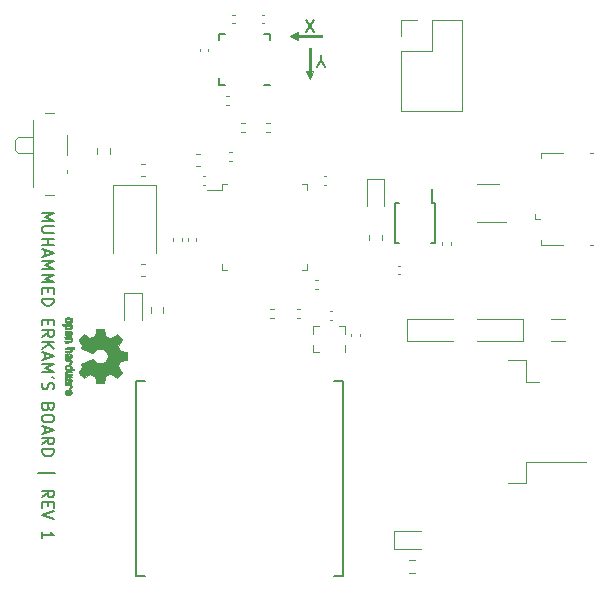
<source format=gbr>
%TF.GenerationSoftware,KiCad,Pcbnew,(5.1.9)-1*%
%TF.CreationDate,2021-09-16T13:16:14+03:00*%
%TF.ProjectId,STM32-V1,53544d33-322d-4563-912e-6b696361645f,rev?*%
%TF.SameCoordinates,Original*%
%TF.FileFunction,Legend,Top*%
%TF.FilePolarity,Positive*%
%FSLAX46Y46*%
G04 Gerber Fmt 4.6, Leading zero omitted, Abs format (unit mm)*
G04 Created by KiCad (PCBNEW (5.1.9)-1) date 2021-09-16 13:16:14*
%MOMM*%
%LPD*%
G01*
G04 APERTURE LIST*
%ADD10C,0.150000*%
%ADD11C,0.100000*%
%ADD12C,0.010000*%
%ADD13C,0.120000*%
G04 APERTURE END LIST*
D10*
X109150000Y-96098809D02*
X109150000Y-95622619D01*
X109483333Y-96622619D02*
X109150000Y-96098809D01*
X108816666Y-96622619D01*
X108533333Y-93672619D02*
X107866666Y-92672619D01*
X107866666Y-93672619D02*
X108533333Y-92672619D01*
D11*
G36*
X107250000Y-94325000D02*
G01*
X106550000Y-94025000D01*
X107250000Y-93725000D01*
X107250000Y-94325000D01*
G37*
X107250000Y-94325000D02*
X106550000Y-94025000D01*
X107250000Y-93725000D01*
X107250000Y-94325000D01*
G36*
X109275000Y-94100000D02*
G01*
X107150000Y-94100000D01*
X107150000Y-93950000D01*
X109275000Y-93950000D01*
X109275000Y-94100000D01*
G37*
X109275000Y-94100000D02*
X107150000Y-94100000D01*
X107150000Y-93950000D01*
X109275000Y-93950000D01*
X109275000Y-94100000D01*
G36*
X108225000Y-97675000D02*
G01*
X107925000Y-96975000D01*
X108525000Y-96975000D01*
X108225000Y-97675000D01*
G37*
X108225000Y-97675000D02*
X107925000Y-96975000D01*
X108525000Y-96975000D01*
X108225000Y-97675000D01*
G36*
X108300000Y-97175000D02*
G01*
X108150000Y-97175000D01*
X108150000Y-95050000D01*
X108300000Y-95050000D01*
X108300000Y-97175000D01*
G37*
X108300000Y-97175000D02*
X108150000Y-97175000D01*
X108150000Y-95050000D01*
X108300000Y-95050000D01*
X108300000Y-97175000D01*
D10*
X85547619Y-108988095D02*
X86547619Y-108988095D01*
X85833333Y-109321428D01*
X86547619Y-109654761D01*
X85547619Y-109654761D01*
X86547619Y-110130952D02*
X85738095Y-110130952D01*
X85642857Y-110178571D01*
X85595238Y-110226190D01*
X85547619Y-110321428D01*
X85547619Y-110511904D01*
X85595238Y-110607142D01*
X85642857Y-110654761D01*
X85738095Y-110702380D01*
X86547619Y-110702380D01*
X85547619Y-111178571D02*
X86547619Y-111178571D01*
X86071428Y-111178571D02*
X86071428Y-111750000D01*
X85547619Y-111750000D02*
X86547619Y-111750000D01*
X85833333Y-112178571D02*
X85833333Y-112654761D01*
X85547619Y-112083333D02*
X86547619Y-112416666D01*
X85547619Y-112750000D01*
X85547619Y-113083333D02*
X86547619Y-113083333D01*
X85833333Y-113416666D01*
X86547619Y-113750000D01*
X85547619Y-113750000D01*
X85547619Y-114226190D02*
X86547619Y-114226190D01*
X85833333Y-114559523D01*
X86547619Y-114892857D01*
X85547619Y-114892857D01*
X86071428Y-115369047D02*
X86071428Y-115702380D01*
X85547619Y-115845238D02*
X85547619Y-115369047D01*
X86547619Y-115369047D01*
X86547619Y-115845238D01*
X85547619Y-116273809D02*
X86547619Y-116273809D01*
X86547619Y-116511904D01*
X86500000Y-116654761D01*
X86404761Y-116750000D01*
X86309523Y-116797619D01*
X86119047Y-116845238D01*
X85976190Y-116845238D01*
X85785714Y-116797619D01*
X85690476Y-116750000D01*
X85595238Y-116654761D01*
X85547619Y-116511904D01*
X85547619Y-116273809D01*
X86071428Y-118035714D02*
X86071428Y-118369047D01*
X85547619Y-118511904D02*
X85547619Y-118035714D01*
X86547619Y-118035714D01*
X86547619Y-118511904D01*
X85547619Y-119511904D02*
X86023809Y-119178571D01*
X85547619Y-118940476D02*
X86547619Y-118940476D01*
X86547619Y-119321428D01*
X86500000Y-119416666D01*
X86452380Y-119464285D01*
X86357142Y-119511904D01*
X86214285Y-119511904D01*
X86119047Y-119464285D01*
X86071428Y-119416666D01*
X86023809Y-119321428D01*
X86023809Y-118940476D01*
X85547619Y-119940476D02*
X86547619Y-119940476D01*
X85547619Y-120511904D02*
X86119047Y-120083333D01*
X86547619Y-120511904D02*
X85976190Y-119940476D01*
X85833333Y-120892857D02*
X85833333Y-121369047D01*
X85547619Y-120797619D02*
X86547619Y-121130952D01*
X85547619Y-121464285D01*
X85547619Y-121797619D02*
X86547619Y-121797619D01*
X85833333Y-122130952D01*
X86547619Y-122464285D01*
X85547619Y-122464285D01*
X86547619Y-122988095D02*
X86357142Y-122892857D01*
X85595238Y-123369047D02*
X85547619Y-123511904D01*
X85547619Y-123750000D01*
X85595238Y-123845238D01*
X85642857Y-123892857D01*
X85738095Y-123940476D01*
X85833333Y-123940476D01*
X85928571Y-123892857D01*
X85976190Y-123845238D01*
X86023809Y-123750000D01*
X86071428Y-123559523D01*
X86119047Y-123464285D01*
X86166666Y-123416666D01*
X86261904Y-123369047D01*
X86357142Y-123369047D01*
X86452380Y-123416666D01*
X86500000Y-123464285D01*
X86547619Y-123559523D01*
X86547619Y-123797619D01*
X86500000Y-123940476D01*
X86071428Y-125464285D02*
X86023809Y-125607142D01*
X85976190Y-125654761D01*
X85880952Y-125702380D01*
X85738095Y-125702380D01*
X85642857Y-125654761D01*
X85595238Y-125607142D01*
X85547619Y-125511904D01*
X85547619Y-125130952D01*
X86547619Y-125130952D01*
X86547619Y-125464285D01*
X86500000Y-125559523D01*
X86452380Y-125607142D01*
X86357142Y-125654761D01*
X86261904Y-125654761D01*
X86166666Y-125607142D01*
X86119047Y-125559523D01*
X86071428Y-125464285D01*
X86071428Y-125130952D01*
X86547619Y-126321428D02*
X86547619Y-126511904D01*
X86500000Y-126607142D01*
X86404761Y-126702380D01*
X86214285Y-126750000D01*
X85880952Y-126750000D01*
X85690476Y-126702380D01*
X85595238Y-126607142D01*
X85547619Y-126511904D01*
X85547619Y-126321428D01*
X85595238Y-126226190D01*
X85690476Y-126130952D01*
X85880952Y-126083333D01*
X86214285Y-126083333D01*
X86404761Y-126130952D01*
X86500000Y-126226190D01*
X86547619Y-126321428D01*
X85833333Y-127130952D02*
X85833333Y-127607142D01*
X85547619Y-127035714D02*
X86547619Y-127369047D01*
X85547619Y-127702380D01*
X85547619Y-128607142D02*
X86023809Y-128273809D01*
X85547619Y-128035714D02*
X86547619Y-128035714D01*
X86547619Y-128416666D01*
X86500000Y-128511904D01*
X86452380Y-128559523D01*
X86357142Y-128607142D01*
X86214285Y-128607142D01*
X86119047Y-128559523D01*
X86071428Y-128511904D01*
X86023809Y-128416666D01*
X86023809Y-128035714D01*
X85547619Y-129035714D02*
X86547619Y-129035714D01*
X86547619Y-129273809D01*
X86500000Y-129416666D01*
X86404761Y-129511904D01*
X86309523Y-129559523D01*
X86119047Y-129607142D01*
X85976190Y-129607142D01*
X85785714Y-129559523D01*
X85690476Y-129511904D01*
X85595238Y-129416666D01*
X85547619Y-129273809D01*
X85547619Y-129035714D01*
X85214285Y-131035714D02*
X86642857Y-131035714D01*
X85547619Y-133083333D02*
X86023809Y-132750000D01*
X85547619Y-132511904D02*
X86547619Y-132511904D01*
X86547619Y-132892857D01*
X86500000Y-132988095D01*
X86452380Y-133035714D01*
X86357142Y-133083333D01*
X86214285Y-133083333D01*
X86119047Y-133035714D01*
X86071428Y-132988095D01*
X86023809Y-132892857D01*
X86023809Y-132511904D01*
X86071428Y-133511904D02*
X86071428Y-133845238D01*
X85547619Y-133988095D02*
X85547619Y-133511904D01*
X86547619Y-133511904D01*
X86547619Y-133988095D01*
X86547619Y-134273809D02*
X85547619Y-134607142D01*
X86547619Y-134940476D01*
X85547619Y-136559523D02*
X85547619Y-135988095D01*
X85547619Y-136273809D02*
X86547619Y-136273809D01*
X86404761Y-136178571D01*
X86309523Y-136083333D01*
X86261904Y-135988095D01*
D12*
%TO.C,REF\u002A\u002A*%
G36*
X88080082Y-118724744D02*
G01*
X88052432Y-118780201D01*
X88001520Y-118829148D01*
X87982662Y-118842629D01*
X87957985Y-118857314D01*
X87931184Y-118866842D01*
X87895413Y-118872293D01*
X87843831Y-118874747D01*
X87775733Y-118875286D01*
X87682412Y-118872852D01*
X87612343Y-118864394D01*
X87560069Y-118848174D01*
X87520131Y-118822454D01*
X87487071Y-118785497D01*
X87485114Y-118782782D01*
X87465092Y-118746360D01*
X87455185Y-118702502D01*
X87452743Y-118646724D01*
X87452743Y-118556048D01*
X87364717Y-118556010D01*
X87315692Y-118555166D01*
X87286935Y-118550024D01*
X87269689Y-118536587D01*
X87255192Y-118510858D01*
X87252231Y-118504679D01*
X87238352Y-118475764D01*
X87229586Y-118453376D01*
X87228829Y-118436729D01*
X87238977Y-118425036D01*
X87262927Y-118417510D01*
X87303574Y-118413366D01*
X87363814Y-118411815D01*
X87446545Y-118412071D01*
X87554661Y-118413349D01*
X87587000Y-118413748D01*
X87698476Y-118415185D01*
X87771397Y-118416472D01*
X87771397Y-118555971D01*
X87709501Y-118556755D01*
X87669003Y-118560240D01*
X87642292Y-118568124D01*
X87621756Y-118582105D01*
X87611740Y-118591597D01*
X87582433Y-118630404D01*
X87580048Y-118664763D01*
X87604250Y-118700216D01*
X87605143Y-118701114D01*
X87623847Y-118715539D01*
X87649268Y-118724313D01*
X87688416Y-118728739D01*
X87748303Y-118730118D01*
X87761570Y-118730143D01*
X87844099Y-118726812D01*
X87901309Y-118715969D01*
X87936234Y-118696340D01*
X87951906Y-118666650D01*
X87953486Y-118649491D01*
X87946074Y-118608766D01*
X87921670Y-118580832D01*
X87877020Y-118564017D01*
X87808870Y-118556650D01*
X87771397Y-118555971D01*
X87771397Y-118416472D01*
X87784755Y-118416708D01*
X87849667Y-118418677D01*
X87897042Y-118421450D01*
X87930710Y-118425388D01*
X87954502Y-118430849D01*
X87972247Y-118438192D01*
X87987776Y-118447777D01*
X87993619Y-118451887D01*
X88048815Y-118506405D01*
X88080110Y-118575336D01*
X88088835Y-118655072D01*
X88080082Y-118724744D01*
G37*
X88080082Y-118724744D02*
X88052432Y-118780201D01*
X88001520Y-118829148D01*
X87982662Y-118842629D01*
X87957985Y-118857314D01*
X87931184Y-118866842D01*
X87895413Y-118872293D01*
X87843831Y-118874747D01*
X87775733Y-118875286D01*
X87682412Y-118872852D01*
X87612343Y-118864394D01*
X87560069Y-118848174D01*
X87520131Y-118822454D01*
X87487071Y-118785497D01*
X87485114Y-118782782D01*
X87465092Y-118746360D01*
X87455185Y-118702502D01*
X87452743Y-118646724D01*
X87452743Y-118556048D01*
X87364717Y-118556010D01*
X87315692Y-118555166D01*
X87286935Y-118550024D01*
X87269689Y-118536587D01*
X87255192Y-118510858D01*
X87252231Y-118504679D01*
X87238352Y-118475764D01*
X87229586Y-118453376D01*
X87228829Y-118436729D01*
X87238977Y-118425036D01*
X87262927Y-118417510D01*
X87303574Y-118413366D01*
X87363814Y-118411815D01*
X87446545Y-118412071D01*
X87554661Y-118413349D01*
X87587000Y-118413748D01*
X87698476Y-118415185D01*
X87771397Y-118416472D01*
X87771397Y-118555971D01*
X87709501Y-118556755D01*
X87669003Y-118560240D01*
X87642292Y-118568124D01*
X87621756Y-118582105D01*
X87611740Y-118591597D01*
X87582433Y-118630404D01*
X87580048Y-118664763D01*
X87604250Y-118700216D01*
X87605143Y-118701114D01*
X87623847Y-118715539D01*
X87649268Y-118724313D01*
X87688416Y-118728739D01*
X87748303Y-118730118D01*
X87761570Y-118730143D01*
X87844099Y-118726812D01*
X87901309Y-118715969D01*
X87936234Y-118696340D01*
X87951906Y-118666650D01*
X87953486Y-118649491D01*
X87946074Y-118608766D01*
X87921670Y-118580832D01*
X87877020Y-118564017D01*
X87808870Y-118556650D01*
X87771397Y-118555971D01*
X87771397Y-118416472D01*
X87784755Y-118416708D01*
X87849667Y-118418677D01*
X87897042Y-118421450D01*
X87930710Y-118425388D01*
X87954502Y-118430849D01*
X87972247Y-118438192D01*
X87987776Y-118447777D01*
X87993619Y-118451887D01*
X88048815Y-118506405D01*
X88080110Y-118575336D01*
X88088835Y-118655072D01*
X88080082Y-118724744D01*
G36*
X88072220Y-119841093D02*
G01*
X88045277Y-119887672D01*
X88018534Y-119920057D01*
X87990516Y-119943742D01*
X87956252Y-119960059D01*
X87910773Y-119970339D01*
X87849108Y-119975914D01*
X87766289Y-119978116D01*
X87706754Y-119978371D01*
X87487609Y-119978371D01*
X87459956Y-119916686D01*
X87432303Y-119855000D01*
X87672330Y-119847743D01*
X87761972Y-119844744D01*
X87827038Y-119841598D01*
X87871974Y-119837701D01*
X87901230Y-119832447D01*
X87919252Y-119825231D01*
X87930489Y-119815450D01*
X87932921Y-119812312D01*
X87951917Y-119764761D01*
X87944400Y-119716697D01*
X87924457Y-119688086D01*
X87910325Y-119676447D01*
X87891780Y-119668391D01*
X87863666Y-119663271D01*
X87820827Y-119660441D01*
X87758105Y-119659256D01*
X87692739Y-119659057D01*
X87610732Y-119659018D01*
X87552684Y-119657614D01*
X87513535Y-119652914D01*
X87488220Y-119642987D01*
X87471677Y-119625903D01*
X87458844Y-119599732D01*
X87445509Y-119564775D01*
X87430993Y-119526596D01*
X87688611Y-119531141D01*
X87781481Y-119532971D01*
X87850111Y-119535112D01*
X87899289Y-119538181D01*
X87933802Y-119542794D01*
X87958438Y-119549568D01*
X87977984Y-119559119D01*
X87995230Y-119570634D01*
X88050320Y-119626190D01*
X88082178Y-119693980D01*
X88089809Y-119767713D01*
X88072220Y-119841093D01*
G37*
X88072220Y-119841093D02*
X88045277Y-119887672D01*
X88018534Y-119920057D01*
X87990516Y-119943742D01*
X87956252Y-119960059D01*
X87910773Y-119970339D01*
X87849108Y-119975914D01*
X87766289Y-119978116D01*
X87706754Y-119978371D01*
X87487609Y-119978371D01*
X87459956Y-119916686D01*
X87432303Y-119855000D01*
X87672330Y-119847743D01*
X87761972Y-119844744D01*
X87827038Y-119841598D01*
X87871974Y-119837701D01*
X87901230Y-119832447D01*
X87919252Y-119825231D01*
X87930489Y-119815450D01*
X87932921Y-119812312D01*
X87951917Y-119764761D01*
X87944400Y-119716697D01*
X87924457Y-119688086D01*
X87910325Y-119676447D01*
X87891780Y-119668391D01*
X87863666Y-119663271D01*
X87820827Y-119660441D01*
X87758105Y-119659256D01*
X87692739Y-119659057D01*
X87610732Y-119659018D01*
X87552684Y-119657614D01*
X87513535Y-119652914D01*
X87488220Y-119642987D01*
X87471677Y-119625903D01*
X87458844Y-119599732D01*
X87445509Y-119564775D01*
X87430993Y-119526596D01*
X87688611Y-119531141D01*
X87781481Y-119532971D01*
X87850111Y-119535112D01*
X87899289Y-119538181D01*
X87933802Y-119542794D01*
X87958438Y-119549568D01*
X87977984Y-119559119D01*
X87995230Y-119570634D01*
X88050320Y-119626190D01*
X88082178Y-119693980D01*
X88089809Y-119767713D01*
X88072220Y-119841093D01*
G36*
X88078038Y-118166115D02*
G01*
X88042267Y-118234145D01*
X87984699Y-118284351D01*
X87947688Y-118302185D01*
X87892118Y-118316063D01*
X87821904Y-118323167D01*
X87745273Y-118323840D01*
X87670448Y-118318427D01*
X87605658Y-118307270D01*
X87559127Y-118290714D01*
X87551113Y-118285626D01*
X87491293Y-118225355D01*
X87455465Y-118153769D01*
X87444980Y-118076092D01*
X87461190Y-117997548D01*
X87470908Y-117975689D01*
X87500857Y-117933122D01*
X87540567Y-117895763D01*
X87545603Y-117892232D01*
X87569876Y-117877881D01*
X87595822Y-117868394D01*
X87629978Y-117862790D01*
X87678881Y-117860086D01*
X87749065Y-117859299D01*
X87764800Y-117859286D01*
X87769808Y-117859322D01*
X87769808Y-118004429D01*
X87703570Y-118005273D01*
X87659614Y-118008596D01*
X87631221Y-118015583D01*
X87611675Y-118027416D01*
X87605143Y-118033457D01*
X87580320Y-118068186D01*
X87581452Y-118101903D01*
X87602984Y-118135995D01*
X87625971Y-118156329D01*
X87659522Y-118168371D01*
X87712431Y-118175134D01*
X87718601Y-118175598D01*
X87814487Y-118176752D01*
X87885701Y-118164688D01*
X87931806Y-118139570D01*
X87952365Y-118101560D01*
X87953486Y-118087992D01*
X87947848Y-118052364D01*
X87928314Y-118027994D01*
X87890958Y-118013093D01*
X87831850Y-118005875D01*
X87769808Y-118004429D01*
X87769808Y-117859322D01*
X87839587Y-117859826D01*
X87891841Y-117862096D01*
X87928051Y-117867068D01*
X87954701Y-117875713D01*
X87978278Y-117889005D01*
X87982662Y-117891943D01*
X88041751Y-117941313D01*
X88076053Y-117995109D01*
X88089669Y-118060602D01*
X88090335Y-118082842D01*
X88078038Y-118166115D01*
G37*
X88078038Y-118166115D02*
X88042267Y-118234145D01*
X87984699Y-118284351D01*
X87947688Y-118302185D01*
X87892118Y-118316063D01*
X87821904Y-118323167D01*
X87745273Y-118323840D01*
X87670448Y-118318427D01*
X87605658Y-118307270D01*
X87559127Y-118290714D01*
X87551113Y-118285626D01*
X87491293Y-118225355D01*
X87455465Y-118153769D01*
X87444980Y-118076092D01*
X87461190Y-117997548D01*
X87470908Y-117975689D01*
X87500857Y-117933122D01*
X87540567Y-117895763D01*
X87545603Y-117892232D01*
X87569876Y-117877881D01*
X87595822Y-117868394D01*
X87629978Y-117862790D01*
X87678881Y-117860086D01*
X87749065Y-117859299D01*
X87764800Y-117859286D01*
X87769808Y-117859322D01*
X87769808Y-118004429D01*
X87703570Y-118005273D01*
X87659614Y-118008596D01*
X87631221Y-118015583D01*
X87611675Y-118027416D01*
X87605143Y-118033457D01*
X87580320Y-118068186D01*
X87581452Y-118101903D01*
X87602984Y-118135995D01*
X87625971Y-118156329D01*
X87659522Y-118168371D01*
X87712431Y-118175134D01*
X87718601Y-118175598D01*
X87814487Y-118176752D01*
X87885701Y-118164688D01*
X87931806Y-118139570D01*
X87952365Y-118101560D01*
X87953486Y-118087992D01*
X87947848Y-118052364D01*
X87928314Y-118027994D01*
X87890958Y-118013093D01*
X87831850Y-118005875D01*
X87769808Y-118004429D01*
X87769808Y-117859322D01*
X87839587Y-117859826D01*
X87891841Y-117862096D01*
X87928051Y-117867068D01*
X87954701Y-117875713D01*
X87978278Y-117889005D01*
X87982662Y-117891943D01*
X88041751Y-117941313D01*
X88076053Y-117995109D01*
X88089669Y-118060602D01*
X88090335Y-118082842D01*
X88078038Y-118166115D01*
G36*
X88068761Y-119293303D02*
G01*
X88030265Y-119350527D01*
X87974665Y-119394749D01*
X87903914Y-119421167D01*
X87851838Y-119426510D01*
X87830107Y-119425903D01*
X87813469Y-119420822D01*
X87798563Y-119406855D01*
X87782027Y-119379589D01*
X87760502Y-119334612D01*
X87730626Y-119267511D01*
X87730476Y-119267171D01*
X87702187Y-119205407D01*
X87677067Y-119154759D01*
X87657821Y-119120404D01*
X87647152Y-119107518D01*
X87647066Y-119107514D01*
X87623834Y-119118872D01*
X87598226Y-119145431D01*
X87579779Y-119175923D01*
X87576114Y-119191370D01*
X87588788Y-119233515D01*
X87620529Y-119269808D01*
X87655428Y-119287517D01*
X87681155Y-119304552D01*
X87710454Y-119337922D01*
X87735765Y-119377149D01*
X87749529Y-119411756D01*
X87750286Y-119418993D01*
X87737840Y-119427139D01*
X87706028Y-119427630D01*
X87663134Y-119421643D01*
X87617442Y-119410357D01*
X87577239Y-119394950D01*
X87575678Y-119394171D01*
X87510938Y-119347804D01*
X87466903Y-119287711D01*
X87445289Y-119219465D01*
X87447815Y-119148638D01*
X87476196Y-119080804D01*
X87478192Y-119077788D01*
X87526552Y-119024427D01*
X87589648Y-118989340D01*
X87672613Y-118969922D01*
X87695922Y-118967316D01*
X87805945Y-118962701D01*
X87857252Y-118968233D01*
X87857252Y-119107514D01*
X87825247Y-119109324D01*
X87815907Y-119119222D01*
X87822895Y-119143898D01*
X87839413Y-119182795D01*
X87860119Y-119226275D01*
X87860667Y-119227356D01*
X87880051Y-119264209D01*
X87892987Y-119279000D01*
X87906549Y-119275353D01*
X87924368Y-119259995D01*
X87950155Y-119220923D01*
X87952050Y-119178846D01*
X87933283Y-119141103D01*
X87897085Y-119115034D01*
X87857252Y-119107514D01*
X87857252Y-118968233D01*
X87893973Y-118972194D01*
X87963788Y-118996550D01*
X88012698Y-119030456D01*
X88062122Y-119091653D01*
X88086641Y-119159063D01*
X88088203Y-119227880D01*
X88068761Y-119293303D01*
G37*
X88068761Y-119293303D02*
X88030265Y-119350527D01*
X87974665Y-119394749D01*
X87903914Y-119421167D01*
X87851838Y-119426510D01*
X87830107Y-119425903D01*
X87813469Y-119420822D01*
X87798563Y-119406855D01*
X87782027Y-119379589D01*
X87760502Y-119334612D01*
X87730626Y-119267511D01*
X87730476Y-119267171D01*
X87702187Y-119205407D01*
X87677067Y-119154759D01*
X87657821Y-119120404D01*
X87647152Y-119107518D01*
X87647066Y-119107514D01*
X87623834Y-119118872D01*
X87598226Y-119145431D01*
X87579779Y-119175923D01*
X87576114Y-119191370D01*
X87588788Y-119233515D01*
X87620529Y-119269808D01*
X87655428Y-119287517D01*
X87681155Y-119304552D01*
X87710454Y-119337922D01*
X87735765Y-119377149D01*
X87749529Y-119411756D01*
X87750286Y-119418993D01*
X87737840Y-119427139D01*
X87706028Y-119427630D01*
X87663134Y-119421643D01*
X87617442Y-119410357D01*
X87577239Y-119394950D01*
X87575678Y-119394171D01*
X87510938Y-119347804D01*
X87466903Y-119287711D01*
X87445289Y-119219465D01*
X87447815Y-119148638D01*
X87476196Y-119080804D01*
X87478192Y-119077788D01*
X87526552Y-119024427D01*
X87589648Y-118989340D01*
X87672613Y-118969922D01*
X87695922Y-118967316D01*
X87805945Y-118962701D01*
X87857252Y-118968233D01*
X87857252Y-119107514D01*
X87825247Y-119109324D01*
X87815907Y-119119222D01*
X87822895Y-119143898D01*
X87839413Y-119182795D01*
X87860119Y-119226275D01*
X87860667Y-119227356D01*
X87880051Y-119264209D01*
X87892987Y-119279000D01*
X87906549Y-119275353D01*
X87924368Y-119259995D01*
X87950155Y-119220923D01*
X87952050Y-119178846D01*
X87933283Y-119141103D01*
X87897085Y-119115034D01*
X87857252Y-119107514D01*
X87857252Y-118968233D01*
X87893973Y-118972194D01*
X87963788Y-118996550D01*
X88012698Y-119030456D01*
X88062122Y-119091653D01*
X88086641Y-119159063D01*
X88088203Y-119227880D01*
X88068761Y-119293303D01*
G36*
X88148711Y-120500886D02*
G01*
X88089387Y-120505139D01*
X88054428Y-120510025D01*
X88039180Y-120516795D01*
X88038985Y-120526702D01*
X88040805Y-120529914D01*
X88053985Y-120572644D01*
X88053215Y-120628227D01*
X88039667Y-120684737D01*
X88022139Y-120720082D01*
X87994139Y-120756321D01*
X87962451Y-120782813D01*
X87922187Y-120800999D01*
X87868457Y-120812322D01*
X87796374Y-120818222D01*
X87701049Y-120820143D01*
X87682763Y-120820177D01*
X87477354Y-120820200D01*
X87461420Y-120774491D01*
X87450580Y-120742027D01*
X87445532Y-120724215D01*
X87445486Y-120723691D01*
X87459172Y-120721937D01*
X87496924Y-120720444D01*
X87553776Y-120719326D01*
X87624766Y-120718697D01*
X87667927Y-120718600D01*
X87753027Y-120718398D01*
X87814019Y-120717358D01*
X87855823Y-120714831D01*
X87883358Y-120710164D01*
X87901544Y-120702707D01*
X87915302Y-120691811D01*
X87921927Y-120685007D01*
X87948625Y-120638272D01*
X87950625Y-120587272D01*
X87928045Y-120541001D01*
X87919893Y-120532444D01*
X87904564Y-120519893D01*
X87886382Y-120511188D01*
X87860091Y-120505631D01*
X87820438Y-120502526D01*
X87762168Y-120501176D01*
X87681827Y-120500886D01*
X87477354Y-120500886D01*
X87461420Y-120455177D01*
X87450580Y-120422713D01*
X87445532Y-120404901D01*
X87445486Y-120404377D01*
X87459377Y-120403037D01*
X87498561Y-120401828D01*
X87559300Y-120400801D01*
X87637859Y-120400002D01*
X87730502Y-120399481D01*
X87833491Y-120399286D01*
X88230658Y-120399286D01*
X88250556Y-120446457D01*
X88270453Y-120493629D01*
X88148711Y-120500886D01*
G37*
X88148711Y-120500886D02*
X88089387Y-120505139D01*
X88054428Y-120510025D01*
X88039180Y-120516795D01*
X88038985Y-120526702D01*
X88040805Y-120529914D01*
X88053985Y-120572644D01*
X88053215Y-120628227D01*
X88039667Y-120684737D01*
X88022139Y-120720082D01*
X87994139Y-120756321D01*
X87962451Y-120782813D01*
X87922187Y-120800999D01*
X87868457Y-120812322D01*
X87796374Y-120818222D01*
X87701049Y-120820143D01*
X87682763Y-120820177D01*
X87477354Y-120820200D01*
X87461420Y-120774491D01*
X87450580Y-120742027D01*
X87445532Y-120724215D01*
X87445486Y-120723691D01*
X87459172Y-120721937D01*
X87496924Y-120720444D01*
X87553776Y-120719326D01*
X87624766Y-120718697D01*
X87667927Y-120718600D01*
X87753027Y-120718398D01*
X87814019Y-120717358D01*
X87855823Y-120714831D01*
X87883358Y-120710164D01*
X87901544Y-120702707D01*
X87915302Y-120691811D01*
X87921927Y-120685007D01*
X87948625Y-120638272D01*
X87950625Y-120587272D01*
X87928045Y-120541001D01*
X87919893Y-120532444D01*
X87904564Y-120519893D01*
X87886382Y-120511188D01*
X87860091Y-120505631D01*
X87820438Y-120502526D01*
X87762168Y-120501176D01*
X87681827Y-120500886D01*
X87477354Y-120500886D01*
X87461420Y-120455177D01*
X87450580Y-120422713D01*
X87445532Y-120404901D01*
X87445486Y-120404377D01*
X87459377Y-120403037D01*
X87498561Y-120401828D01*
X87559300Y-120400801D01*
X87637859Y-120400002D01*
X87730502Y-120399481D01*
X87833491Y-120399286D01*
X88230658Y-120399286D01*
X88250556Y-120446457D01*
X88270453Y-120493629D01*
X88148711Y-120500886D01*
G36*
X88049032Y-121164744D02*
G01*
X88027913Y-121221616D01*
X88027507Y-121222267D01*
X88001620Y-121257440D01*
X87971367Y-121283407D01*
X87931942Y-121301670D01*
X87878538Y-121313732D01*
X87806349Y-121321096D01*
X87710568Y-121325264D01*
X87696922Y-121325629D01*
X87491158Y-121330876D01*
X87468322Y-121286716D01*
X87452890Y-121254763D01*
X87445577Y-121235470D01*
X87445486Y-121234578D01*
X87458978Y-121231239D01*
X87495374Y-121228587D01*
X87548548Y-121226956D01*
X87591607Y-121226600D01*
X87661359Y-121226592D01*
X87705163Y-121223403D01*
X87726056Y-121212288D01*
X87727075Y-121188501D01*
X87711259Y-121147296D01*
X87682185Y-121085086D01*
X87658037Y-121039341D01*
X87637087Y-121015813D01*
X87614253Y-121008896D01*
X87613123Y-121008886D01*
X87573788Y-121020299D01*
X87552538Y-121054092D01*
X87549461Y-121105809D01*
X87549994Y-121143061D01*
X87539265Y-121162703D01*
X87513495Y-121174952D01*
X87480663Y-121182002D01*
X87462034Y-121171842D01*
X87459368Y-121168017D01*
X87448660Y-121132001D01*
X87447144Y-121081566D01*
X87454241Y-121029626D01*
X87467212Y-120992822D01*
X87510415Y-120941938D01*
X87570554Y-120913014D01*
X87617538Y-120907286D01*
X87659918Y-120911657D01*
X87694512Y-120927475D01*
X87725237Y-120958797D01*
X87756010Y-121009678D01*
X87790748Y-121084176D01*
X87792712Y-121088714D01*
X87823713Y-121155821D01*
X87849138Y-121197232D01*
X87871986Y-121214981D01*
X87895255Y-121211107D01*
X87921944Y-121187643D01*
X87928086Y-121180627D01*
X87951900Y-121133630D01*
X87950897Y-121084933D01*
X87927549Y-121042522D01*
X87884325Y-121014384D01*
X87875840Y-121011769D01*
X87834692Y-120986308D01*
X87814872Y-120954001D01*
X87795230Y-120907286D01*
X87846050Y-120907286D01*
X87919918Y-120921496D01*
X87987673Y-120963675D01*
X88010339Y-120985624D01*
X88039431Y-121035517D01*
X88052600Y-121098967D01*
X88049032Y-121164744D01*
G37*
X88049032Y-121164744D02*
X88027913Y-121221616D01*
X88027507Y-121222267D01*
X88001620Y-121257440D01*
X87971367Y-121283407D01*
X87931942Y-121301670D01*
X87878538Y-121313732D01*
X87806349Y-121321096D01*
X87710568Y-121325264D01*
X87696922Y-121325629D01*
X87491158Y-121330876D01*
X87468322Y-121286716D01*
X87452890Y-121254763D01*
X87445577Y-121235470D01*
X87445486Y-121234578D01*
X87458978Y-121231239D01*
X87495374Y-121228587D01*
X87548548Y-121226956D01*
X87591607Y-121226600D01*
X87661359Y-121226592D01*
X87705163Y-121223403D01*
X87726056Y-121212288D01*
X87727075Y-121188501D01*
X87711259Y-121147296D01*
X87682185Y-121085086D01*
X87658037Y-121039341D01*
X87637087Y-121015813D01*
X87614253Y-121008896D01*
X87613123Y-121008886D01*
X87573788Y-121020299D01*
X87552538Y-121054092D01*
X87549461Y-121105809D01*
X87549994Y-121143061D01*
X87539265Y-121162703D01*
X87513495Y-121174952D01*
X87480663Y-121182002D01*
X87462034Y-121171842D01*
X87459368Y-121168017D01*
X87448660Y-121132001D01*
X87447144Y-121081566D01*
X87454241Y-121029626D01*
X87467212Y-120992822D01*
X87510415Y-120941938D01*
X87570554Y-120913014D01*
X87617538Y-120907286D01*
X87659918Y-120911657D01*
X87694512Y-120927475D01*
X87725237Y-120958797D01*
X87756010Y-121009678D01*
X87790748Y-121084176D01*
X87792712Y-121088714D01*
X87823713Y-121155821D01*
X87849138Y-121197232D01*
X87871986Y-121214981D01*
X87895255Y-121211107D01*
X87921944Y-121187643D01*
X87928086Y-121180627D01*
X87951900Y-121133630D01*
X87950897Y-121084933D01*
X87927549Y-121042522D01*
X87884325Y-121014384D01*
X87875840Y-121011769D01*
X87834692Y-120986308D01*
X87814872Y-120954001D01*
X87795230Y-120907286D01*
X87846050Y-120907286D01*
X87919918Y-120921496D01*
X87987673Y-120963675D01*
X88010339Y-120985624D01*
X88039431Y-121035517D01*
X88052600Y-121098967D01*
X88049032Y-121164744D01*
G36*
X88050245Y-121654926D02*
G01*
X88025916Y-121720858D01*
X87982883Y-121774273D01*
X87952591Y-121795164D01*
X87897006Y-121817939D01*
X87856814Y-121817466D01*
X87829783Y-121793562D01*
X87825187Y-121784717D01*
X87810856Y-121746530D01*
X87814528Y-121727028D01*
X87838593Y-121720422D01*
X87851886Y-121720086D01*
X87900790Y-121707992D01*
X87935001Y-121676471D01*
X87951524Y-121632659D01*
X87947366Y-121583695D01*
X87925773Y-121543894D01*
X87913456Y-121530450D01*
X87898513Y-121520921D01*
X87875925Y-121514485D01*
X87840672Y-121510317D01*
X87787734Y-121507597D01*
X87712093Y-121505502D01*
X87688143Y-121504960D01*
X87606210Y-121502981D01*
X87548545Y-121500731D01*
X87510392Y-121497357D01*
X87486996Y-121492006D01*
X87473602Y-121483824D01*
X87465455Y-121471959D01*
X87461856Y-121464362D01*
X87449548Y-121432102D01*
X87445486Y-121413111D01*
X87459052Y-121406836D01*
X87500066Y-121403006D01*
X87569001Y-121401600D01*
X87666331Y-121402598D01*
X87681343Y-121402908D01*
X87770141Y-121405101D01*
X87834981Y-121407693D01*
X87880933Y-121411382D01*
X87913065Y-121416864D01*
X87936447Y-121424835D01*
X87956148Y-121435993D01*
X87964590Y-121441830D01*
X88001943Y-121475296D01*
X88030997Y-121512727D01*
X88033533Y-121517309D01*
X88053557Y-121584426D01*
X88050245Y-121654926D01*
G37*
X88050245Y-121654926D02*
X88025916Y-121720858D01*
X87982883Y-121774273D01*
X87952591Y-121795164D01*
X87897006Y-121817939D01*
X87856814Y-121817466D01*
X87829783Y-121793562D01*
X87825187Y-121784717D01*
X87810856Y-121746530D01*
X87814528Y-121727028D01*
X87838593Y-121720422D01*
X87851886Y-121720086D01*
X87900790Y-121707992D01*
X87935001Y-121676471D01*
X87951524Y-121632659D01*
X87947366Y-121583695D01*
X87925773Y-121543894D01*
X87913456Y-121530450D01*
X87898513Y-121520921D01*
X87875925Y-121514485D01*
X87840672Y-121510317D01*
X87787734Y-121507597D01*
X87712093Y-121505502D01*
X87688143Y-121504960D01*
X87606210Y-121502981D01*
X87548545Y-121500731D01*
X87510392Y-121497357D01*
X87486996Y-121492006D01*
X87473602Y-121483824D01*
X87465455Y-121471959D01*
X87461856Y-121464362D01*
X87449548Y-121432102D01*
X87445486Y-121413111D01*
X87459052Y-121406836D01*
X87500066Y-121403006D01*
X87569001Y-121401600D01*
X87666331Y-121402598D01*
X87681343Y-121402908D01*
X87770141Y-121405101D01*
X87834981Y-121407693D01*
X87880933Y-121411382D01*
X87913065Y-121416864D01*
X87936447Y-121424835D01*
X87956148Y-121435993D01*
X87964590Y-121441830D01*
X88001943Y-121475296D01*
X88030997Y-121512727D01*
X88033533Y-121517309D01*
X88053557Y-121584426D01*
X88050245Y-121654926D01*
G36*
X87934642Y-122315117D02*
G01*
X87826163Y-122314933D01*
X87742713Y-122314219D01*
X87680296Y-122312675D01*
X87634915Y-122310001D01*
X87602571Y-122305894D01*
X87579267Y-122300055D01*
X87561005Y-122292182D01*
X87550582Y-122286221D01*
X87494055Y-122236855D01*
X87458623Y-122174264D01*
X87445910Y-122105013D01*
X87457537Y-122035668D01*
X87478432Y-121994375D01*
X87514578Y-121951025D01*
X87558724Y-121921481D01*
X87616538Y-121903655D01*
X87693687Y-121895463D01*
X87750286Y-121894302D01*
X87754353Y-121894458D01*
X87754353Y-121995857D01*
X87689450Y-121996476D01*
X87646486Y-121999314D01*
X87618378Y-122005840D01*
X87598047Y-122017523D01*
X87582712Y-122031483D01*
X87553110Y-122078365D01*
X87550581Y-122128701D01*
X87575295Y-122176276D01*
X87578644Y-122179979D01*
X87596065Y-122195783D01*
X87616791Y-122205693D01*
X87647638Y-122211058D01*
X87695423Y-122213228D01*
X87748252Y-122213571D01*
X87814619Y-122212827D01*
X87858894Y-122209748D01*
X87887991Y-122203061D01*
X87908827Y-122191496D01*
X87919893Y-122182013D01*
X87947802Y-122137960D01*
X87951157Y-122087224D01*
X87929841Y-122038796D01*
X87921927Y-122029450D01*
X87904353Y-122013540D01*
X87883413Y-122003610D01*
X87852218Y-121998278D01*
X87803878Y-121996163D01*
X87754353Y-121995857D01*
X87754353Y-121894458D01*
X87841432Y-121897810D01*
X87909914Y-121909726D01*
X87961400Y-121932135D01*
X88001557Y-121967124D01*
X88022139Y-121994375D01*
X88044375Y-122043907D01*
X88054696Y-122101316D01*
X88051933Y-122154682D01*
X88040788Y-122184543D01*
X88037617Y-122196261D01*
X88049443Y-122204037D01*
X88081134Y-122209465D01*
X88129407Y-122213571D01*
X88183171Y-122218067D01*
X88215518Y-122224313D01*
X88234015Y-122235676D01*
X88246230Y-122255528D01*
X88251638Y-122268000D01*
X88271399Y-122315171D01*
X87934642Y-122315117D01*
G37*
X87934642Y-122315117D02*
X87826163Y-122314933D01*
X87742713Y-122314219D01*
X87680296Y-122312675D01*
X87634915Y-122310001D01*
X87602571Y-122305894D01*
X87579267Y-122300055D01*
X87561005Y-122292182D01*
X87550582Y-122286221D01*
X87494055Y-122236855D01*
X87458623Y-122174264D01*
X87445910Y-122105013D01*
X87457537Y-122035668D01*
X87478432Y-121994375D01*
X87514578Y-121951025D01*
X87558724Y-121921481D01*
X87616538Y-121903655D01*
X87693687Y-121895463D01*
X87750286Y-121894302D01*
X87754353Y-121894458D01*
X87754353Y-121995857D01*
X87689450Y-121996476D01*
X87646486Y-121999314D01*
X87618378Y-122005840D01*
X87598047Y-122017523D01*
X87582712Y-122031483D01*
X87553110Y-122078365D01*
X87550581Y-122128701D01*
X87575295Y-122176276D01*
X87578644Y-122179979D01*
X87596065Y-122195783D01*
X87616791Y-122205693D01*
X87647638Y-122211058D01*
X87695423Y-122213228D01*
X87748252Y-122213571D01*
X87814619Y-122212827D01*
X87858894Y-122209748D01*
X87887991Y-122203061D01*
X87908827Y-122191496D01*
X87919893Y-122182013D01*
X87947802Y-122137960D01*
X87951157Y-122087224D01*
X87929841Y-122038796D01*
X87921927Y-122029450D01*
X87904353Y-122013540D01*
X87883413Y-122003610D01*
X87852218Y-121998278D01*
X87803878Y-121996163D01*
X87754353Y-121995857D01*
X87754353Y-121894458D01*
X87841432Y-121897810D01*
X87909914Y-121909726D01*
X87961400Y-121932135D01*
X88001557Y-121967124D01*
X88022139Y-121994375D01*
X88044375Y-122043907D01*
X88054696Y-122101316D01*
X88051933Y-122154682D01*
X88040788Y-122184543D01*
X88037617Y-122196261D01*
X88049443Y-122204037D01*
X88081134Y-122209465D01*
X88129407Y-122213571D01*
X88183171Y-122218067D01*
X88215518Y-122224313D01*
X88234015Y-122235676D01*
X88246230Y-122255528D01*
X88251638Y-122268000D01*
X88271399Y-122315171D01*
X87934642Y-122315117D01*
G36*
X88041337Y-122904833D02*
G01*
X88003150Y-122907048D01*
X87945114Y-122908784D01*
X87871820Y-122909899D01*
X87794945Y-122910257D01*
X87534804Y-122910257D01*
X87488873Y-122864326D01*
X87460571Y-122832675D01*
X87449107Y-122804890D01*
X87449832Y-122766915D01*
X87451679Y-122751840D01*
X87457052Y-122704726D01*
X87460131Y-122665756D01*
X87460415Y-122656257D01*
X87458555Y-122624233D01*
X87453886Y-122578432D01*
X87451679Y-122560674D01*
X87448265Y-122517057D01*
X87455680Y-122487745D01*
X87478573Y-122458680D01*
X87488873Y-122448188D01*
X87534804Y-122402257D01*
X88021398Y-122402257D01*
X88038242Y-122439226D01*
X88050718Y-122471059D01*
X88055086Y-122489683D01*
X88041282Y-122494458D01*
X88002714Y-122498921D01*
X87943644Y-122502775D01*
X87868337Y-122505722D01*
X87804714Y-122507143D01*
X87554343Y-122511114D01*
X87549444Y-122545759D01*
X87552869Y-122577268D01*
X87563959Y-122592708D01*
X87584692Y-122597023D01*
X87628855Y-122600708D01*
X87690854Y-122603469D01*
X87765091Y-122605012D01*
X87803294Y-122605235D01*
X88023217Y-122605457D01*
X88039151Y-122651166D01*
X88049985Y-122683518D01*
X88055038Y-122701115D01*
X88055086Y-122701623D01*
X88041352Y-122703388D01*
X88003270Y-122705329D01*
X87945518Y-122707282D01*
X87872773Y-122709084D01*
X87804714Y-122710343D01*
X87554343Y-122714314D01*
X87554343Y-122801400D01*
X87782760Y-122805396D01*
X88011178Y-122809392D01*
X88033132Y-122851847D01*
X88048207Y-122883192D01*
X88055049Y-122901744D01*
X88055086Y-122902279D01*
X88041337Y-122904833D01*
G37*
X88041337Y-122904833D02*
X88003150Y-122907048D01*
X87945114Y-122908784D01*
X87871820Y-122909899D01*
X87794945Y-122910257D01*
X87534804Y-122910257D01*
X87488873Y-122864326D01*
X87460571Y-122832675D01*
X87449107Y-122804890D01*
X87449832Y-122766915D01*
X87451679Y-122751840D01*
X87457052Y-122704726D01*
X87460131Y-122665756D01*
X87460415Y-122656257D01*
X87458555Y-122624233D01*
X87453886Y-122578432D01*
X87451679Y-122560674D01*
X87448265Y-122517057D01*
X87455680Y-122487745D01*
X87478573Y-122458680D01*
X87488873Y-122448188D01*
X87534804Y-122402257D01*
X88021398Y-122402257D01*
X88038242Y-122439226D01*
X88050718Y-122471059D01*
X88055086Y-122489683D01*
X88041282Y-122494458D01*
X88002714Y-122498921D01*
X87943644Y-122502775D01*
X87868337Y-122505722D01*
X87804714Y-122507143D01*
X87554343Y-122511114D01*
X87549444Y-122545759D01*
X87552869Y-122577268D01*
X87563959Y-122592708D01*
X87584692Y-122597023D01*
X87628855Y-122600708D01*
X87690854Y-122603469D01*
X87765091Y-122605012D01*
X87803294Y-122605235D01*
X88023217Y-122605457D01*
X88039151Y-122651166D01*
X88049985Y-122683518D01*
X88055038Y-122701115D01*
X88055086Y-122701623D01*
X88041352Y-122703388D01*
X88003270Y-122705329D01*
X87945518Y-122707282D01*
X87872773Y-122709084D01*
X87804714Y-122710343D01*
X87554343Y-122714314D01*
X87554343Y-122801400D01*
X87782760Y-122805396D01*
X88011178Y-122809392D01*
X88033132Y-122851847D01*
X88048207Y-122883192D01*
X88055049Y-122901744D01*
X88055086Y-122902279D01*
X88041337Y-122904833D01*
G36*
X88043665Y-123269876D02*
G01*
X88024656Y-123311667D01*
X88001622Y-123344469D01*
X87975867Y-123368503D01*
X87942642Y-123385097D01*
X87897200Y-123395577D01*
X87834793Y-123401271D01*
X87750673Y-123403507D01*
X87695279Y-123403743D01*
X87479174Y-123403743D01*
X87462330Y-123366774D01*
X87450019Y-123337656D01*
X87445486Y-123323231D01*
X87458975Y-123320472D01*
X87495347Y-123318282D01*
X87548458Y-123316942D01*
X87590628Y-123316657D01*
X87651553Y-123315434D01*
X87699885Y-123312136D01*
X87729482Y-123307321D01*
X87735771Y-123303496D01*
X87729348Y-123277783D01*
X87712875Y-123237418D01*
X87690542Y-123190679D01*
X87666543Y-123145845D01*
X87645070Y-123111193D01*
X87630315Y-123095002D01*
X87630155Y-123094938D01*
X87602848Y-123096330D01*
X87576781Y-123108818D01*
X87555608Y-123130743D01*
X87548526Y-123162743D01*
X87549351Y-123190092D01*
X87549958Y-123228826D01*
X87540884Y-123249158D01*
X87516908Y-123261369D01*
X87512387Y-123262909D01*
X87478194Y-123268203D01*
X87457432Y-123254047D01*
X87447538Y-123217148D01*
X87445708Y-123177289D01*
X87459273Y-123105562D01*
X87478645Y-123068432D01*
X87524155Y-123022576D01*
X87580017Y-122998256D01*
X87639043Y-122996073D01*
X87694047Y-123016629D01*
X87728514Y-123047549D01*
X87747811Y-123078420D01*
X87772241Y-123126942D01*
X87797015Y-123183485D01*
X87800801Y-123192910D01*
X87828209Y-123255019D01*
X87852366Y-123290822D01*
X87876381Y-123302337D01*
X87903365Y-123291580D01*
X87924457Y-123273114D01*
X87950428Y-123229469D01*
X87952376Y-123181446D01*
X87932363Y-123137406D01*
X87892449Y-123105709D01*
X87882152Y-123101549D01*
X87844276Y-123077327D01*
X87816158Y-123041965D01*
X87793083Y-122997343D01*
X87858515Y-122997343D01*
X87898494Y-122999969D01*
X87930003Y-123011230D01*
X87963622Y-123036199D01*
X87989516Y-123060169D01*
X88026183Y-123097441D01*
X88045879Y-123126401D01*
X88053780Y-123157505D01*
X88055086Y-123192713D01*
X88043665Y-123269876D01*
G37*
X88043665Y-123269876D02*
X88024656Y-123311667D01*
X88001622Y-123344469D01*
X87975867Y-123368503D01*
X87942642Y-123385097D01*
X87897200Y-123395577D01*
X87834793Y-123401271D01*
X87750673Y-123403507D01*
X87695279Y-123403743D01*
X87479174Y-123403743D01*
X87462330Y-123366774D01*
X87450019Y-123337656D01*
X87445486Y-123323231D01*
X87458975Y-123320472D01*
X87495347Y-123318282D01*
X87548458Y-123316942D01*
X87590628Y-123316657D01*
X87651553Y-123315434D01*
X87699885Y-123312136D01*
X87729482Y-123307321D01*
X87735771Y-123303496D01*
X87729348Y-123277783D01*
X87712875Y-123237418D01*
X87690542Y-123190679D01*
X87666543Y-123145845D01*
X87645070Y-123111193D01*
X87630315Y-123095002D01*
X87630155Y-123094938D01*
X87602848Y-123096330D01*
X87576781Y-123108818D01*
X87555608Y-123130743D01*
X87548526Y-123162743D01*
X87549351Y-123190092D01*
X87549958Y-123228826D01*
X87540884Y-123249158D01*
X87516908Y-123261369D01*
X87512387Y-123262909D01*
X87478194Y-123268203D01*
X87457432Y-123254047D01*
X87447538Y-123217148D01*
X87445708Y-123177289D01*
X87459273Y-123105562D01*
X87478645Y-123068432D01*
X87524155Y-123022576D01*
X87580017Y-122998256D01*
X87639043Y-122996073D01*
X87694047Y-123016629D01*
X87728514Y-123047549D01*
X87747811Y-123078420D01*
X87772241Y-123126942D01*
X87797015Y-123183485D01*
X87800801Y-123192910D01*
X87828209Y-123255019D01*
X87852366Y-123290822D01*
X87876381Y-123302337D01*
X87903365Y-123291580D01*
X87924457Y-123273114D01*
X87950428Y-123229469D01*
X87952376Y-123181446D01*
X87932363Y-123137406D01*
X87892449Y-123105709D01*
X87882152Y-123101549D01*
X87844276Y-123077327D01*
X87816158Y-123041965D01*
X87793083Y-122997343D01*
X87858515Y-122997343D01*
X87898494Y-122999969D01*
X87930003Y-123011230D01*
X87963622Y-123036199D01*
X87989516Y-123060169D01*
X88026183Y-123097441D01*
X88045879Y-123126401D01*
X88053780Y-123157505D01*
X88055086Y-123192713D01*
X88043665Y-123269876D01*
G36*
X88041248Y-123777600D02*
G01*
X88033666Y-123794948D01*
X88000872Y-123836356D01*
X87953453Y-123871765D01*
X87902849Y-123893664D01*
X87877902Y-123897229D01*
X87843073Y-123885279D01*
X87824643Y-123859067D01*
X87813484Y-123830964D01*
X87811428Y-123818095D01*
X87826351Y-123811829D01*
X87858825Y-123799456D01*
X87873498Y-123794028D01*
X87924256Y-123763590D01*
X87949573Y-123719520D01*
X87948794Y-123663010D01*
X87947797Y-123658825D01*
X87933493Y-123628655D01*
X87905607Y-123606476D01*
X87860713Y-123591327D01*
X87795385Y-123582250D01*
X87706196Y-123578286D01*
X87658739Y-123577914D01*
X87583929Y-123577730D01*
X87532931Y-123576522D01*
X87500529Y-123573309D01*
X87481505Y-123567109D01*
X87470644Y-123556940D01*
X87462728Y-123541819D01*
X87462330Y-123540946D01*
X87450019Y-123511828D01*
X87445486Y-123497403D01*
X87459191Y-123495186D01*
X87497075Y-123493289D01*
X87554285Y-123491847D01*
X87625973Y-123490998D01*
X87678435Y-123490829D01*
X87779953Y-123491692D01*
X87856968Y-123495070D01*
X87913977Y-123502142D01*
X87955474Y-123514088D01*
X87985957Y-123532090D01*
X88009920Y-123557327D01*
X88026645Y-123582247D01*
X88048903Y-123642171D01*
X88053924Y-123711911D01*
X88041248Y-123777600D01*
G37*
X88041248Y-123777600D02*
X88033666Y-123794948D01*
X88000872Y-123836356D01*
X87953453Y-123871765D01*
X87902849Y-123893664D01*
X87877902Y-123897229D01*
X87843073Y-123885279D01*
X87824643Y-123859067D01*
X87813484Y-123830964D01*
X87811428Y-123818095D01*
X87826351Y-123811829D01*
X87858825Y-123799456D01*
X87873498Y-123794028D01*
X87924256Y-123763590D01*
X87949573Y-123719520D01*
X87948794Y-123663010D01*
X87947797Y-123658825D01*
X87933493Y-123628655D01*
X87905607Y-123606476D01*
X87860713Y-123591327D01*
X87795385Y-123582250D01*
X87706196Y-123578286D01*
X87658739Y-123577914D01*
X87583929Y-123577730D01*
X87532931Y-123576522D01*
X87500529Y-123573309D01*
X87481505Y-123567109D01*
X87470644Y-123556940D01*
X87462728Y-123541819D01*
X87462330Y-123540946D01*
X87450019Y-123511828D01*
X87445486Y-123497403D01*
X87459191Y-123495186D01*
X87497075Y-123493289D01*
X87554285Y-123491847D01*
X87625973Y-123490998D01*
X87678435Y-123490829D01*
X87779953Y-123491692D01*
X87856968Y-123495070D01*
X87913977Y-123502142D01*
X87955474Y-123514088D01*
X87985957Y-123532090D01*
X88009920Y-123557327D01*
X88026645Y-123582247D01*
X88048903Y-123642171D01*
X88053924Y-123711911D01*
X88041248Y-123777600D01*
G36*
X88033034Y-124278595D02*
G01*
X87995503Y-124336021D01*
X87961904Y-124363719D01*
X87900936Y-124385662D01*
X87852692Y-124387405D01*
X87788184Y-124383457D01*
X87723066Y-124234686D01*
X87689798Y-124162349D01*
X87663036Y-124115084D01*
X87639856Y-124090507D01*
X87617333Y-124086237D01*
X87592545Y-124099889D01*
X87576114Y-124114943D01*
X87549765Y-124158746D01*
X87547919Y-124206389D01*
X87568454Y-124250145D01*
X87609248Y-124282289D01*
X87623653Y-124288038D01*
X87668644Y-124315576D01*
X87687818Y-124347258D01*
X87704221Y-124390714D01*
X87642034Y-124390714D01*
X87599717Y-124386872D01*
X87564031Y-124371823D01*
X87523057Y-124340280D01*
X87517733Y-124335592D01*
X87481280Y-124300506D01*
X87461717Y-124270347D01*
X87452717Y-124232615D01*
X87449770Y-124201335D01*
X87449035Y-124145385D01*
X87458340Y-124105555D01*
X87472154Y-124080708D01*
X87502533Y-124041656D01*
X87535387Y-124014625D01*
X87576706Y-123997517D01*
X87632479Y-123988238D01*
X87708695Y-123984693D01*
X87747378Y-123984410D01*
X87793753Y-123985372D01*
X87793753Y-124073007D01*
X87768874Y-124074023D01*
X87764800Y-124076556D01*
X87770335Y-124093274D01*
X87784983Y-124129249D01*
X87805810Y-124177331D01*
X87810286Y-124187386D01*
X87841186Y-124248152D01*
X87868343Y-124281632D01*
X87893780Y-124288990D01*
X87919519Y-124271391D01*
X87930891Y-124256856D01*
X87953636Y-124204410D01*
X87949878Y-124155322D01*
X87922116Y-124114227D01*
X87872848Y-124085758D01*
X87833743Y-124076631D01*
X87793753Y-124073007D01*
X87793753Y-123985372D01*
X87837751Y-123986285D01*
X87904616Y-123993196D01*
X87953305Y-124006884D01*
X87989151Y-124029096D01*
X88017487Y-124061574D01*
X88026645Y-124075733D01*
X88050493Y-124140053D01*
X88051994Y-124210473D01*
X88033034Y-124278595D01*
G37*
X88033034Y-124278595D02*
X87995503Y-124336021D01*
X87961904Y-124363719D01*
X87900936Y-124385662D01*
X87852692Y-124387405D01*
X87788184Y-124383457D01*
X87723066Y-124234686D01*
X87689798Y-124162349D01*
X87663036Y-124115084D01*
X87639856Y-124090507D01*
X87617333Y-124086237D01*
X87592545Y-124099889D01*
X87576114Y-124114943D01*
X87549765Y-124158746D01*
X87547919Y-124206389D01*
X87568454Y-124250145D01*
X87609248Y-124282289D01*
X87623653Y-124288038D01*
X87668644Y-124315576D01*
X87687818Y-124347258D01*
X87704221Y-124390714D01*
X87642034Y-124390714D01*
X87599717Y-124386872D01*
X87564031Y-124371823D01*
X87523057Y-124340280D01*
X87517733Y-124335592D01*
X87481280Y-124300506D01*
X87461717Y-124270347D01*
X87452717Y-124232615D01*
X87449770Y-124201335D01*
X87449035Y-124145385D01*
X87458340Y-124105555D01*
X87472154Y-124080708D01*
X87502533Y-124041656D01*
X87535387Y-124014625D01*
X87576706Y-123997517D01*
X87632479Y-123988238D01*
X87708695Y-123984693D01*
X87747378Y-123984410D01*
X87793753Y-123985372D01*
X87793753Y-124073007D01*
X87768874Y-124074023D01*
X87764800Y-124076556D01*
X87770335Y-124093274D01*
X87784983Y-124129249D01*
X87805810Y-124177331D01*
X87810286Y-124187386D01*
X87841186Y-124248152D01*
X87868343Y-124281632D01*
X87893780Y-124288990D01*
X87919519Y-124271391D01*
X87930891Y-124256856D01*
X87953636Y-124204410D01*
X87949878Y-124155322D01*
X87922116Y-124114227D01*
X87872848Y-124085758D01*
X87833743Y-124076631D01*
X87793753Y-124073007D01*
X87793753Y-123985372D01*
X87837751Y-123986285D01*
X87904616Y-123993196D01*
X87953305Y-124006884D01*
X87989151Y-124029096D01*
X88017487Y-124061574D01*
X88026645Y-124075733D01*
X88050493Y-124140053D01*
X88051994Y-124210473D01*
X88033034Y-124278595D01*
G36*
X92757652Y-121228910D02*
G01*
X92757222Y-121307454D01*
X92756058Y-121364298D01*
X92753793Y-121403105D01*
X92750060Y-121427538D01*
X92744494Y-121441262D01*
X92736727Y-121447940D01*
X92726395Y-121451236D01*
X92725057Y-121451556D01*
X92700921Y-121456562D01*
X92653299Y-121465829D01*
X92587259Y-121478392D01*
X92507872Y-121493287D01*
X92420204Y-121509551D01*
X92417125Y-121510119D01*
X92331211Y-121526410D01*
X92255304Y-121541652D01*
X92193955Y-121554861D01*
X92151718Y-121565054D01*
X92133145Y-121571248D01*
X92132816Y-121571543D01*
X92123747Y-121589788D01*
X92108633Y-121627405D01*
X92090738Y-121676271D01*
X92090642Y-121676543D01*
X92067507Y-121738093D01*
X92038035Y-121810657D01*
X92008403Y-121879057D01*
X92006938Y-121882294D01*
X91956374Y-121993702D01*
X92124840Y-122240399D01*
X92176197Y-122316077D01*
X92222111Y-122384631D01*
X92259970Y-122442088D01*
X92287163Y-122484476D01*
X92301079Y-122507825D01*
X92302111Y-122510042D01*
X92297516Y-122527010D01*
X92275345Y-122558701D01*
X92234553Y-122606352D01*
X92174095Y-122671198D01*
X92109773Y-122737397D01*
X92046388Y-122801214D01*
X91988549Y-122858329D01*
X91939825Y-122905305D01*
X91903790Y-122938703D01*
X91884016Y-122955085D01*
X91882998Y-122955694D01*
X91869428Y-122957505D01*
X91847267Y-122950683D01*
X91813522Y-122933540D01*
X91765200Y-122904393D01*
X91699308Y-122861555D01*
X91614483Y-122804448D01*
X91539823Y-122753766D01*
X91472860Y-122708461D01*
X91417484Y-122671150D01*
X91377580Y-122644452D01*
X91357038Y-122630985D01*
X91355644Y-122630137D01*
X91335962Y-122631781D01*
X91297707Y-122644245D01*
X91248111Y-122665048D01*
X91232272Y-122672462D01*
X91161710Y-122704814D01*
X91081647Y-122739328D01*
X91012371Y-122767365D01*
X90960955Y-122787568D01*
X90921881Y-122803615D01*
X90901459Y-122812888D01*
X90899886Y-122814041D01*
X90897279Y-122831096D01*
X90890137Y-122871298D01*
X90879477Y-122929302D01*
X90866315Y-122999763D01*
X90851667Y-123077335D01*
X90836551Y-123156672D01*
X90821982Y-123232431D01*
X90808978Y-123299264D01*
X90798555Y-123351828D01*
X90791730Y-123384776D01*
X90789801Y-123392857D01*
X90785038Y-123401205D01*
X90774282Y-123407506D01*
X90753902Y-123412045D01*
X90720266Y-123415104D01*
X90669745Y-123416967D01*
X90598708Y-123417918D01*
X90503524Y-123418240D01*
X90464508Y-123418257D01*
X90147201Y-123418257D01*
X90132161Y-123342057D01*
X90124005Y-123299663D01*
X90112101Y-123236400D01*
X90097884Y-123159962D01*
X90082790Y-123078043D01*
X90078645Y-123055400D01*
X90063947Y-122979806D01*
X90049495Y-122913953D01*
X90036625Y-122863366D01*
X90026678Y-122833574D01*
X90023713Y-122828612D01*
X90002717Y-122816426D01*
X89962033Y-122798953D01*
X89909678Y-122779577D01*
X89898400Y-122775734D01*
X89828477Y-122750339D01*
X89749582Y-122718817D01*
X89678734Y-122687969D01*
X89678405Y-122687817D01*
X89567267Y-122636447D01*
X89318747Y-122805399D01*
X89070228Y-122974352D01*
X88852942Y-122757429D01*
X88788274Y-122691819D01*
X88731267Y-122631979D01*
X88684967Y-122581267D01*
X88652416Y-122543046D01*
X88636657Y-122520675D01*
X88635657Y-122517466D01*
X88643531Y-122498626D01*
X88665422Y-122460180D01*
X88698733Y-122406330D01*
X88740869Y-122341276D01*
X88788057Y-122270940D01*
X88836190Y-122199555D01*
X88878072Y-122135908D01*
X88911129Y-122084041D01*
X88932782Y-122047995D01*
X88940457Y-122031867D01*
X88933963Y-122012189D01*
X88916850Y-121974875D01*
X88892674Y-121927621D01*
X88889987Y-121922612D01*
X88858073Y-121858977D01*
X88842421Y-121815341D01*
X88842255Y-121788202D01*
X88856796Y-121774057D01*
X88857000Y-121773975D01*
X88874221Y-121766905D01*
X88915101Y-121750042D01*
X88976475Y-121724695D01*
X89055181Y-121692171D01*
X89148053Y-121653778D01*
X89251928Y-121610822D01*
X89352498Y-121569222D01*
X89463484Y-121523504D01*
X89566297Y-121481526D01*
X89657785Y-121444548D01*
X89734799Y-121413827D01*
X89794185Y-121390622D01*
X89832791Y-121376190D01*
X89847200Y-121371743D01*
X89863728Y-121382896D01*
X89890070Y-121412069D01*
X89919113Y-121450971D01*
X90010961Y-121561757D01*
X90116241Y-121648351D01*
X90232734Y-121709716D01*
X90358224Y-121744815D01*
X90490493Y-121752608D01*
X90551543Y-121746943D01*
X90678205Y-121716078D01*
X90790059Y-121662920D01*
X90885999Y-121590767D01*
X90964924Y-121502917D01*
X91025730Y-121402665D01*
X91067313Y-121293310D01*
X91088572Y-121178147D01*
X91088401Y-121060475D01*
X91065699Y-120943590D01*
X91019362Y-120830789D01*
X90948287Y-120725369D01*
X90908089Y-120681368D01*
X90804871Y-120596979D01*
X90692075Y-120538222D01*
X90572990Y-120504704D01*
X90450905Y-120496035D01*
X90329107Y-120511823D01*
X90210884Y-120551678D01*
X90099525Y-120615207D01*
X89998316Y-120702021D01*
X89919113Y-120799029D01*
X89888838Y-120839437D01*
X89862781Y-120867982D01*
X89847175Y-120878257D01*
X89830157Y-120872877D01*
X89789500Y-120857575D01*
X89728358Y-120833612D01*
X89649881Y-120802244D01*
X89557220Y-120764732D01*
X89453528Y-120722333D01*
X89352474Y-120680663D01*
X89241393Y-120634690D01*
X89138459Y-120592107D01*
X89046835Y-120554221D01*
X88969684Y-120522340D01*
X88910169Y-120497771D01*
X88871456Y-120481820D01*
X88857000Y-120475910D01*
X88842315Y-120461948D01*
X88842358Y-120434940D01*
X88857901Y-120391413D01*
X88889716Y-120327890D01*
X88889987Y-120327388D01*
X88914677Y-120279560D01*
X88932662Y-120240897D01*
X88940386Y-120219095D01*
X88940457Y-120218133D01*
X88932622Y-120201721D01*
X88910835Y-120165487D01*
X88877672Y-120113474D01*
X88835709Y-120049725D01*
X88788057Y-119979060D01*
X88739809Y-119907116D01*
X88697849Y-119842274D01*
X88664773Y-119788735D01*
X88643179Y-119750697D01*
X88635657Y-119732533D01*
X88645543Y-119715808D01*
X88673174Y-119682180D01*
X88715505Y-119635010D01*
X88769495Y-119577658D01*
X88832101Y-119513484D01*
X88853017Y-119492497D01*
X89070377Y-119275499D01*
X89312780Y-119440668D01*
X89387219Y-119490864D01*
X89454028Y-119534919D01*
X89509335Y-119570362D01*
X89549271Y-119594719D01*
X89569964Y-119605522D01*
X89571437Y-119605838D01*
X89590942Y-119600143D01*
X89630178Y-119584826D01*
X89682570Y-119562537D01*
X89717645Y-119546893D01*
X89784799Y-119517641D01*
X89852642Y-119490094D01*
X89909966Y-119468737D01*
X89927428Y-119462935D01*
X89974062Y-119446452D01*
X90010095Y-119430340D01*
X90023713Y-119421490D01*
X90032048Y-119401960D01*
X90043863Y-119359334D01*
X90057819Y-119299145D01*
X90072578Y-119226922D01*
X90078645Y-119194600D01*
X90093727Y-119112522D01*
X90108331Y-119033795D01*
X90121020Y-118966109D01*
X90130358Y-118917160D01*
X90132161Y-118907943D01*
X90147201Y-118831743D01*
X90464508Y-118831743D01*
X90568846Y-118831914D01*
X90647787Y-118832616D01*
X90704962Y-118834134D01*
X90744001Y-118836749D01*
X90768535Y-118840746D01*
X90782195Y-118846409D01*
X90788611Y-118854020D01*
X90789801Y-118857143D01*
X90794020Y-118875978D01*
X90802438Y-118917588D01*
X90814039Y-118976630D01*
X90827805Y-119047757D01*
X90842720Y-119125625D01*
X90857768Y-119204887D01*
X90871931Y-119280198D01*
X90884194Y-119346213D01*
X90893539Y-119397587D01*
X90898950Y-119428975D01*
X90899886Y-119435959D01*
X90912404Y-119442285D01*
X90945754Y-119456290D01*
X90993623Y-119475355D01*
X91012371Y-119482634D01*
X91084805Y-119511996D01*
X91164830Y-119546571D01*
X91232272Y-119577537D01*
X91283841Y-119600323D01*
X91326215Y-119615482D01*
X91352166Y-119620542D01*
X91355644Y-119619736D01*
X91372064Y-119609041D01*
X91408583Y-119584620D01*
X91461313Y-119549095D01*
X91526365Y-119505087D01*
X91599849Y-119455217D01*
X91614355Y-119445356D01*
X91700296Y-119387492D01*
X91765739Y-119344956D01*
X91813696Y-119316054D01*
X91847180Y-119299090D01*
X91869205Y-119292367D01*
X91882783Y-119294190D01*
X91882869Y-119294236D01*
X91900703Y-119308586D01*
X91935183Y-119340323D01*
X91982732Y-119386010D01*
X92039778Y-119442204D01*
X92102745Y-119505468D01*
X92109773Y-119512602D01*
X92186980Y-119592330D01*
X92243670Y-119653857D01*
X92280890Y-119698421D01*
X92299685Y-119727257D01*
X92302111Y-119739958D01*
X92291529Y-119758494D01*
X92267084Y-119796961D01*
X92231388Y-119851386D01*
X92187053Y-119917798D01*
X92136689Y-119992225D01*
X92124840Y-120009601D01*
X91956374Y-120256297D01*
X92006938Y-120367706D01*
X92036405Y-120435457D01*
X92066041Y-120508183D01*
X92089670Y-120570703D01*
X92090642Y-120573457D01*
X92108543Y-120622360D01*
X92123680Y-120660057D01*
X92132790Y-120678425D01*
X92132816Y-120678456D01*
X92149283Y-120684285D01*
X92189781Y-120694192D01*
X92249758Y-120707195D01*
X92324660Y-120722309D01*
X92409936Y-120738552D01*
X92417125Y-120739881D01*
X92504986Y-120756175D01*
X92584740Y-120771133D01*
X92651319Y-120783791D01*
X92699653Y-120793186D01*
X92724675Y-120798354D01*
X92725057Y-120798444D01*
X92735701Y-120801589D01*
X92743738Y-120807704D01*
X92749533Y-120820453D01*
X92753453Y-120843500D01*
X92755865Y-120880509D01*
X92757135Y-120935144D01*
X92757629Y-121011067D01*
X92757714Y-121111944D01*
X92757714Y-121125000D01*
X92757652Y-121228910D01*
G37*
X92757652Y-121228910D02*
X92757222Y-121307454D01*
X92756058Y-121364298D01*
X92753793Y-121403105D01*
X92750060Y-121427538D01*
X92744494Y-121441262D01*
X92736727Y-121447940D01*
X92726395Y-121451236D01*
X92725057Y-121451556D01*
X92700921Y-121456562D01*
X92653299Y-121465829D01*
X92587259Y-121478392D01*
X92507872Y-121493287D01*
X92420204Y-121509551D01*
X92417125Y-121510119D01*
X92331211Y-121526410D01*
X92255304Y-121541652D01*
X92193955Y-121554861D01*
X92151718Y-121565054D01*
X92133145Y-121571248D01*
X92132816Y-121571543D01*
X92123747Y-121589788D01*
X92108633Y-121627405D01*
X92090738Y-121676271D01*
X92090642Y-121676543D01*
X92067507Y-121738093D01*
X92038035Y-121810657D01*
X92008403Y-121879057D01*
X92006938Y-121882294D01*
X91956374Y-121993702D01*
X92124840Y-122240399D01*
X92176197Y-122316077D01*
X92222111Y-122384631D01*
X92259970Y-122442088D01*
X92287163Y-122484476D01*
X92301079Y-122507825D01*
X92302111Y-122510042D01*
X92297516Y-122527010D01*
X92275345Y-122558701D01*
X92234553Y-122606352D01*
X92174095Y-122671198D01*
X92109773Y-122737397D01*
X92046388Y-122801214D01*
X91988549Y-122858329D01*
X91939825Y-122905305D01*
X91903790Y-122938703D01*
X91884016Y-122955085D01*
X91882998Y-122955694D01*
X91869428Y-122957505D01*
X91847267Y-122950683D01*
X91813522Y-122933540D01*
X91765200Y-122904393D01*
X91699308Y-122861555D01*
X91614483Y-122804448D01*
X91539823Y-122753766D01*
X91472860Y-122708461D01*
X91417484Y-122671150D01*
X91377580Y-122644452D01*
X91357038Y-122630985D01*
X91355644Y-122630137D01*
X91335962Y-122631781D01*
X91297707Y-122644245D01*
X91248111Y-122665048D01*
X91232272Y-122672462D01*
X91161710Y-122704814D01*
X91081647Y-122739328D01*
X91012371Y-122767365D01*
X90960955Y-122787568D01*
X90921881Y-122803615D01*
X90901459Y-122812888D01*
X90899886Y-122814041D01*
X90897279Y-122831096D01*
X90890137Y-122871298D01*
X90879477Y-122929302D01*
X90866315Y-122999763D01*
X90851667Y-123077335D01*
X90836551Y-123156672D01*
X90821982Y-123232431D01*
X90808978Y-123299264D01*
X90798555Y-123351828D01*
X90791730Y-123384776D01*
X90789801Y-123392857D01*
X90785038Y-123401205D01*
X90774282Y-123407506D01*
X90753902Y-123412045D01*
X90720266Y-123415104D01*
X90669745Y-123416967D01*
X90598708Y-123417918D01*
X90503524Y-123418240D01*
X90464508Y-123418257D01*
X90147201Y-123418257D01*
X90132161Y-123342057D01*
X90124005Y-123299663D01*
X90112101Y-123236400D01*
X90097884Y-123159962D01*
X90082790Y-123078043D01*
X90078645Y-123055400D01*
X90063947Y-122979806D01*
X90049495Y-122913953D01*
X90036625Y-122863366D01*
X90026678Y-122833574D01*
X90023713Y-122828612D01*
X90002717Y-122816426D01*
X89962033Y-122798953D01*
X89909678Y-122779577D01*
X89898400Y-122775734D01*
X89828477Y-122750339D01*
X89749582Y-122718817D01*
X89678734Y-122687969D01*
X89678405Y-122687817D01*
X89567267Y-122636447D01*
X89318747Y-122805399D01*
X89070228Y-122974352D01*
X88852942Y-122757429D01*
X88788274Y-122691819D01*
X88731267Y-122631979D01*
X88684967Y-122581267D01*
X88652416Y-122543046D01*
X88636657Y-122520675D01*
X88635657Y-122517466D01*
X88643531Y-122498626D01*
X88665422Y-122460180D01*
X88698733Y-122406330D01*
X88740869Y-122341276D01*
X88788057Y-122270940D01*
X88836190Y-122199555D01*
X88878072Y-122135908D01*
X88911129Y-122084041D01*
X88932782Y-122047995D01*
X88940457Y-122031867D01*
X88933963Y-122012189D01*
X88916850Y-121974875D01*
X88892674Y-121927621D01*
X88889987Y-121922612D01*
X88858073Y-121858977D01*
X88842421Y-121815341D01*
X88842255Y-121788202D01*
X88856796Y-121774057D01*
X88857000Y-121773975D01*
X88874221Y-121766905D01*
X88915101Y-121750042D01*
X88976475Y-121724695D01*
X89055181Y-121692171D01*
X89148053Y-121653778D01*
X89251928Y-121610822D01*
X89352498Y-121569222D01*
X89463484Y-121523504D01*
X89566297Y-121481526D01*
X89657785Y-121444548D01*
X89734799Y-121413827D01*
X89794185Y-121390622D01*
X89832791Y-121376190D01*
X89847200Y-121371743D01*
X89863728Y-121382896D01*
X89890070Y-121412069D01*
X89919113Y-121450971D01*
X90010961Y-121561757D01*
X90116241Y-121648351D01*
X90232734Y-121709716D01*
X90358224Y-121744815D01*
X90490493Y-121752608D01*
X90551543Y-121746943D01*
X90678205Y-121716078D01*
X90790059Y-121662920D01*
X90885999Y-121590767D01*
X90964924Y-121502917D01*
X91025730Y-121402665D01*
X91067313Y-121293310D01*
X91088572Y-121178147D01*
X91088401Y-121060475D01*
X91065699Y-120943590D01*
X91019362Y-120830789D01*
X90948287Y-120725369D01*
X90908089Y-120681368D01*
X90804871Y-120596979D01*
X90692075Y-120538222D01*
X90572990Y-120504704D01*
X90450905Y-120496035D01*
X90329107Y-120511823D01*
X90210884Y-120551678D01*
X90099525Y-120615207D01*
X89998316Y-120702021D01*
X89919113Y-120799029D01*
X89888838Y-120839437D01*
X89862781Y-120867982D01*
X89847175Y-120878257D01*
X89830157Y-120872877D01*
X89789500Y-120857575D01*
X89728358Y-120833612D01*
X89649881Y-120802244D01*
X89557220Y-120764732D01*
X89453528Y-120722333D01*
X89352474Y-120680663D01*
X89241393Y-120634690D01*
X89138459Y-120592107D01*
X89046835Y-120554221D01*
X88969684Y-120522340D01*
X88910169Y-120497771D01*
X88871456Y-120481820D01*
X88857000Y-120475910D01*
X88842315Y-120461948D01*
X88842358Y-120434940D01*
X88857901Y-120391413D01*
X88889716Y-120327890D01*
X88889987Y-120327388D01*
X88914677Y-120279560D01*
X88932662Y-120240897D01*
X88940386Y-120219095D01*
X88940457Y-120218133D01*
X88932622Y-120201721D01*
X88910835Y-120165487D01*
X88877672Y-120113474D01*
X88835709Y-120049725D01*
X88788057Y-119979060D01*
X88739809Y-119907116D01*
X88697849Y-119842274D01*
X88664773Y-119788735D01*
X88643179Y-119750697D01*
X88635657Y-119732533D01*
X88645543Y-119715808D01*
X88673174Y-119682180D01*
X88715505Y-119635010D01*
X88769495Y-119577658D01*
X88832101Y-119513484D01*
X88853017Y-119492497D01*
X89070377Y-119275499D01*
X89312780Y-119440668D01*
X89387219Y-119490864D01*
X89454028Y-119534919D01*
X89509335Y-119570362D01*
X89549271Y-119594719D01*
X89569964Y-119605522D01*
X89571437Y-119605838D01*
X89590942Y-119600143D01*
X89630178Y-119584826D01*
X89682570Y-119562537D01*
X89717645Y-119546893D01*
X89784799Y-119517641D01*
X89852642Y-119490094D01*
X89909966Y-119468737D01*
X89927428Y-119462935D01*
X89974062Y-119446452D01*
X90010095Y-119430340D01*
X90023713Y-119421490D01*
X90032048Y-119401960D01*
X90043863Y-119359334D01*
X90057819Y-119299145D01*
X90072578Y-119226922D01*
X90078645Y-119194600D01*
X90093727Y-119112522D01*
X90108331Y-119033795D01*
X90121020Y-118966109D01*
X90130358Y-118917160D01*
X90132161Y-118907943D01*
X90147201Y-118831743D01*
X90464508Y-118831743D01*
X90568846Y-118831914D01*
X90647787Y-118832616D01*
X90704962Y-118834134D01*
X90744001Y-118836749D01*
X90768535Y-118840746D01*
X90782195Y-118846409D01*
X90788611Y-118854020D01*
X90789801Y-118857143D01*
X90794020Y-118875978D01*
X90802438Y-118917588D01*
X90814039Y-118976630D01*
X90827805Y-119047757D01*
X90842720Y-119125625D01*
X90857768Y-119204887D01*
X90871931Y-119280198D01*
X90884194Y-119346213D01*
X90893539Y-119397587D01*
X90898950Y-119428975D01*
X90899886Y-119435959D01*
X90912404Y-119442285D01*
X90945754Y-119456290D01*
X90993623Y-119475355D01*
X91012371Y-119482634D01*
X91084805Y-119511996D01*
X91164830Y-119546571D01*
X91232272Y-119577537D01*
X91283841Y-119600323D01*
X91326215Y-119615482D01*
X91352166Y-119620542D01*
X91355644Y-119619736D01*
X91372064Y-119609041D01*
X91408583Y-119584620D01*
X91461313Y-119549095D01*
X91526365Y-119505087D01*
X91599849Y-119455217D01*
X91614355Y-119445356D01*
X91700296Y-119387492D01*
X91765739Y-119344956D01*
X91813696Y-119316054D01*
X91847180Y-119299090D01*
X91869205Y-119292367D01*
X91882783Y-119294190D01*
X91882869Y-119294236D01*
X91900703Y-119308586D01*
X91935183Y-119340323D01*
X91982732Y-119386010D01*
X92039778Y-119442204D01*
X92102745Y-119505468D01*
X92109773Y-119512602D01*
X92186980Y-119592330D01*
X92243670Y-119653857D01*
X92280890Y-119698421D01*
X92299685Y-119727257D01*
X92302111Y-119739958D01*
X92291529Y-119758494D01*
X92267084Y-119796961D01*
X92231388Y-119851386D01*
X92187053Y-119917798D01*
X92136689Y-119992225D01*
X92124840Y-120009601D01*
X91956374Y-120256297D01*
X92006938Y-120367706D01*
X92036405Y-120435457D01*
X92066041Y-120508183D01*
X92089670Y-120570703D01*
X92090642Y-120573457D01*
X92108543Y-120622360D01*
X92123680Y-120660057D01*
X92132790Y-120678425D01*
X92132816Y-120678456D01*
X92149283Y-120684285D01*
X92189781Y-120694192D01*
X92249758Y-120707195D01*
X92324660Y-120722309D01*
X92409936Y-120738552D01*
X92417125Y-120739881D01*
X92504986Y-120756175D01*
X92584740Y-120771133D01*
X92651319Y-120783791D01*
X92699653Y-120793186D01*
X92724675Y-120798354D01*
X92725057Y-120798444D01*
X92735701Y-120801589D01*
X92743738Y-120807704D01*
X92749533Y-120820453D01*
X92753453Y-120843500D01*
X92755865Y-120880509D01*
X92757135Y-120935144D01*
X92757629Y-121011067D01*
X92757714Y-121111944D01*
X92757714Y-121125000D01*
X92757652Y-121228910D01*
D13*
%TO.C,Y1*%
X95150000Y-112400000D02*
X95150000Y-106650000D01*
X95150000Y-106650000D02*
X91550000Y-106650000D01*
X91550000Y-106650000D02*
X91550000Y-112400000D01*
D10*
%TO.C,U7*%
X118575000Y-108200000D02*
X118575000Y-106975000D01*
X115450000Y-108200000D02*
X115450000Y-111550000D01*
X118800000Y-108200000D02*
X118800000Y-111550000D01*
X115450000Y-108200000D02*
X115750000Y-108200000D01*
X115450000Y-111550000D02*
X115750000Y-111550000D01*
X118800000Y-111550000D02*
X118500000Y-111550000D01*
X118800000Y-108200000D02*
X118575000Y-108200000D01*
%TO.C,U4*%
X110250000Y-139750000D02*
X111000000Y-139750000D01*
X111000000Y-139750000D02*
X111000000Y-123250000D01*
X111000000Y-123250000D02*
X110250000Y-123250000D01*
X94250000Y-139750000D02*
X93500000Y-139750000D01*
X93500000Y-139750000D02*
X93500000Y-123250000D01*
X93500000Y-123250000D02*
X94250000Y-123250000D01*
D13*
%TO.C,C9*%
X96640000Y-111357836D02*
X96640000Y-111142164D01*
X97360000Y-111357836D02*
X97360000Y-111142164D01*
%TO.C,C8*%
X97890000Y-111357836D02*
X97890000Y-111142164D01*
X98610000Y-111357836D02*
X98610000Y-111142164D01*
%TO.C,C15*%
X101357836Y-99860000D02*
X101142164Y-99860000D01*
X101357836Y-99140000D02*
X101142164Y-99140000D01*
%TO.C,C11*%
X99610000Y-95092164D02*
X99610000Y-95307836D01*
X98890000Y-95092164D02*
X98890000Y-95307836D01*
%TO.C,C10*%
X104357836Y-92960000D02*
X104142164Y-92960000D01*
X104357836Y-92240000D02*
X104142164Y-92240000D01*
%TO.C,C2*%
X120350000Y-117965000D02*
X116440000Y-117965000D01*
X116440000Y-117965000D02*
X116440000Y-119835000D01*
X116440000Y-119835000D02*
X120350000Y-119835000D01*
%TO.C,C1*%
X122350000Y-119835000D02*
X126260000Y-119835000D01*
X126260000Y-119835000D02*
X126260000Y-117965000D01*
X126260000Y-117965000D02*
X122350000Y-117965000D01*
%TO.C,C3*%
X98890580Y-103990000D02*
X98609420Y-103990000D01*
X98890580Y-105010000D02*
X98609420Y-105010000D01*
%TO.C,C4*%
X99357836Y-106610000D02*
X99142164Y-106610000D01*
X99357836Y-105890000D02*
X99142164Y-105890000D01*
%TO.C,C5*%
X108692164Y-115410000D02*
X108907836Y-115410000D01*
X108692164Y-114690000D02*
X108907836Y-114690000D01*
%TO.C,C6*%
X109392164Y-105890000D02*
X109607836Y-105890000D01*
X109392164Y-106610000D02*
X109607836Y-106610000D01*
%TO.C,C7*%
X101392164Y-104610000D02*
X101607836Y-104610000D01*
X101392164Y-103890000D02*
X101607836Y-103890000D01*
%TO.C,C12*%
X109892164Y-118060000D02*
X110107836Y-118060000D01*
X109892164Y-117340000D02*
X110107836Y-117340000D01*
%TO.C,C13*%
X112460000Y-119242164D02*
X112460000Y-119457836D01*
X111740000Y-119242164D02*
X111740000Y-119457836D01*
%TO.C,C14*%
X101857836Y-92240000D02*
X101642164Y-92240000D01*
X101857836Y-92960000D02*
X101642164Y-92960000D01*
%TO.C,C16*%
X93959420Y-104840000D02*
X94240580Y-104840000D01*
X93959420Y-105860000D02*
X94240580Y-105860000D01*
%TO.C,C17*%
X93959420Y-114360000D02*
X94240580Y-114360000D01*
X93959420Y-113340000D02*
X94240580Y-113340000D01*
%TO.C,C18*%
X115882836Y-113465000D02*
X115667164Y-113465000D01*
X115882836Y-114185000D02*
X115667164Y-114185000D01*
%TO.C,C19*%
X119415000Y-111682836D02*
X119415000Y-111467164D01*
X120135000Y-111682836D02*
X120135000Y-111467164D01*
%TO.C,D1*%
X117650000Y-135965000D02*
X115365000Y-135965000D01*
X115365000Y-135965000D02*
X115365000Y-137435000D01*
X115365000Y-137435000D02*
X117650000Y-137435000D01*
%TO.C,D2*%
X92515000Y-115765000D02*
X92515000Y-118050000D01*
X93985000Y-115765000D02*
X92515000Y-115765000D01*
X93985000Y-118050000D02*
X93985000Y-115765000D01*
%TO.C,D3*%
X113040000Y-106127500D02*
X113040000Y-108412500D01*
X114510000Y-106127500D02*
X113040000Y-106127500D01*
X114510000Y-108412500D02*
X114510000Y-106127500D01*
%TO.C,F1*%
X128647936Y-119810000D02*
X129852064Y-119810000D01*
X128647936Y-117990000D02*
X129852064Y-117990000D01*
%TO.C,J1*%
X127812500Y-111725000D02*
X127812500Y-111275000D01*
X129662500Y-111725000D02*
X127812500Y-111725000D01*
X132212500Y-103925000D02*
X131962500Y-103925000D01*
X132212500Y-111725000D02*
X131962500Y-111725000D01*
X129662500Y-103925000D02*
X127812500Y-103925000D01*
X127812500Y-103925000D02*
X127812500Y-104375000D01*
X127262500Y-109525000D02*
X127262500Y-109075000D01*
X127262500Y-109525000D02*
X127712500Y-109525000D01*
%TO.C,J2*%
X115920000Y-92670000D02*
X117250000Y-92670000D01*
X115920000Y-94000000D02*
X115920000Y-92670000D01*
X118520000Y-92670000D02*
X121120000Y-92670000D01*
X118520000Y-95270000D02*
X118520000Y-92670000D01*
X115920000Y-95270000D02*
X118520000Y-95270000D01*
X121120000Y-92670000D02*
X121120000Y-100410000D01*
X115920000Y-95270000D02*
X115920000Y-100410000D01*
X115920000Y-100410000D02*
X121120000Y-100410000D01*
%TO.C,R1*%
X116612742Y-138427500D02*
X117087258Y-138427500D01*
X116612742Y-139472500D02*
X117087258Y-139472500D01*
%TO.C,R2*%
X91272500Y-103987258D02*
X91272500Y-103512742D01*
X90227500Y-103987258D02*
X90227500Y-103512742D01*
%TO.C,R3*%
X94727500Y-117012742D02*
X94727500Y-117487258D01*
X95772500Y-117012742D02*
X95772500Y-117487258D01*
%TO.C,R4*%
X104853641Y-102130000D02*
X104546359Y-102130000D01*
X104853641Y-101370000D02*
X104546359Y-101370000D01*
%TO.C,R5*%
X102396359Y-102130000D02*
X102703641Y-102130000D01*
X102396359Y-101370000D02*
X102703641Y-101370000D01*
%TO.C,R6*%
X113252500Y-111312258D02*
X113252500Y-110837742D01*
X114297500Y-111312258D02*
X114297500Y-110837742D01*
%TO.C,R7*%
X104846359Y-117120000D02*
X105153641Y-117120000D01*
X104846359Y-117880000D02*
X105153641Y-117880000D01*
%TO.C,R8*%
X107403641Y-117120000D02*
X107096359Y-117120000D01*
X107403641Y-117880000D02*
X107096359Y-117880000D01*
%TO.C,SW1*%
X85780000Y-107450000D02*
X86570000Y-107450000D01*
X86570000Y-100550000D02*
X85780000Y-100550000D01*
X87620000Y-102400000D02*
X87620000Y-104100000D01*
X84770000Y-101150000D02*
X84770000Y-106850000D01*
X83480000Y-103900000D02*
X84770000Y-103900000D01*
X83270000Y-102800000D02*
X83270000Y-103700000D01*
X84770000Y-102600000D02*
X83480000Y-102600000D01*
X83480000Y-103900000D02*
X83270000Y-103700000D01*
X83480000Y-102600000D02*
X83270000Y-102800000D01*
X87620000Y-105400000D02*
X87620000Y-105600000D01*
%TO.C,U1*%
X126500000Y-123310000D02*
X127600000Y-123310000D01*
X126500000Y-121500000D02*
X126500000Y-123310000D01*
X125000000Y-121500000D02*
X126500000Y-121500000D01*
X126500000Y-130090000D02*
X131625000Y-130090000D01*
X126500000Y-131900000D02*
X126500000Y-130090000D01*
X125000000Y-131900000D02*
X126500000Y-131900000D01*
%TO.C,U2*%
X122400000Y-109760000D02*
X124850000Y-109760000D01*
X124200000Y-106540000D02*
X122400000Y-106540000D01*
D11*
%TO.C,U3*%
X111200000Y-120160000D02*
X111200000Y-120800000D01*
X108980000Y-120800000D02*
X108500000Y-120800000D01*
X108500000Y-120160000D02*
X108500000Y-120800000D01*
X111200000Y-118600000D02*
X111200000Y-119240000D01*
X108500000Y-118600000D02*
X108500000Y-119240000D01*
X108980000Y-118600000D02*
X108500000Y-118600000D01*
X111200000Y-118600000D02*
X110720000Y-118600000D01*
D10*
%TO.C,U5*%
X100550000Y-98150000D02*
X101075000Y-98150000D01*
X100550000Y-93850000D02*
X101075000Y-93850000D01*
X104850000Y-93850000D02*
X104325000Y-93850000D01*
X104850000Y-98150000D02*
X104325000Y-98150000D01*
X100550000Y-93850000D02*
X100550000Y-94375000D01*
X104850000Y-93850000D02*
X104850000Y-94375000D01*
X100550000Y-98150000D02*
X100550000Y-97625000D01*
D13*
%TO.C,U6*%
X100790000Y-107040000D02*
X99500000Y-107040000D01*
X100790000Y-106590000D02*
X100790000Y-107040000D01*
X101240000Y-106590000D02*
X100790000Y-106590000D01*
X108010000Y-106590000D02*
X108010000Y-107040000D01*
X107560000Y-106590000D02*
X108010000Y-106590000D01*
X100790000Y-113810000D02*
X100790000Y-113360000D01*
X101240000Y-113810000D02*
X100790000Y-113810000D01*
X108010000Y-113810000D02*
X108010000Y-113360000D01*
X107560000Y-113810000D02*
X108010000Y-113810000D01*
%TD*%
M02*

</source>
